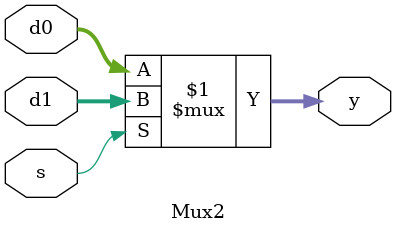
<source format=sv>
`timescale 1ns / 1ps

module Mux2 #(parameter WIDTH=8)
    (input logic[WIDTH-1:0] d0, d1,
     input logic s,
     output logic[WIDTH-1:0] y);
     
     assign y = s ? d1 : d0;
     
endmodule

</source>
